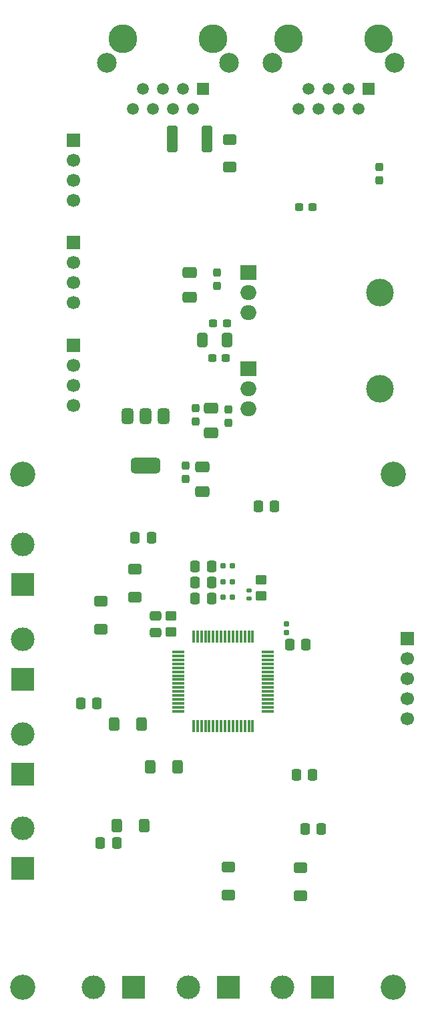
<source format=gbr>
%TF.GenerationSoftware,KiCad,Pcbnew,9.0.2-9.0.2-0~ubuntu24.04.1*%
%TF.CreationDate,2025-05-30T10:58:55-03:00*%
%TF.ProjectId,MSG25,4d534732-352e-46b6-9963-61645f706362,rev?*%
%TF.SameCoordinates,Original*%
%TF.FileFunction,Soldermask,Top*%
%TF.FilePolarity,Negative*%
%FSLAX46Y46*%
G04 Gerber Fmt 4.6, Leading zero omitted, Abs format (unit mm)*
G04 Created by KiCad (PCBNEW 9.0.2-9.0.2-0~ubuntu24.04.1) date 2025-05-30 10:58:55*
%MOMM*%
%LPD*%
G01*
G04 APERTURE LIST*
G04 Aperture macros list*
%AMRoundRect*
0 Rectangle with rounded corners*
0 $1 Rounding radius*
0 $2 $3 $4 $5 $6 $7 $8 $9 X,Y pos of 4 corners*
0 Add a 4 corners polygon primitive as box body*
4,1,4,$2,$3,$4,$5,$6,$7,$8,$9,$2,$3,0*
0 Add four circle primitives for the rounded corners*
1,1,$1+$1,$2,$3*
1,1,$1+$1,$4,$5*
1,1,$1+$1,$6,$7*
1,1,$1+$1,$8,$9*
0 Add four rect primitives between the rounded corners*
20,1,$1+$1,$2,$3,$4,$5,0*
20,1,$1+$1,$4,$5,$6,$7,0*
20,1,$1+$1,$6,$7,$8,$9,0*
20,1,$1+$1,$8,$9,$2,$3,0*%
G04 Aperture macros list end*
%ADD10RoundRect,0.250000X0.600000X-0.400000X0.600000X0.400000X-0.600000X0.400000X-0.600000X-0.400000X0*%
%ADD11RoundRect,0.250000X0.337500X0.475000X-0.337500X0.475000X-0.337500X-0.475000X0.337500X-0.475000X0*%
%ADD12RoundRect,0.250000X-0.337500X-0.475000X0.337500X-0.475000X0.337500X0.475000X-0.337500X0.475000X0*%
%ADD13C,3.650000*%
%ADD14R,1.500000X1.500000*%
%ADD15C,1.500000*%
%ADD16C,2.500000*%
%ADD17RoundRect,0.155000X-0.212500X-0.155000X0.212500X-0.155000X0.212500X0.155000X-0.212500X0.155000X0*%
%ADD18RoundRect,0.250000X-0.412500X-0.650000X0.412500X-0.650000X0.412500X0.650000X-0.412500X0.650000X0*%
%ADD19RoundRect,0.250000X0.650000X-0.412500X0.650000X0.412500X-0.650000X0.412500X-0.650000X-0.412500X0*%
%ADD20RoundRect,0.237500X-0.300000X-0.237500X0.300000X-0.237500X0.300000X0.237500X-0.300000X0.237500X0*%
%ADD21RoundRect,0.155000X-0.155000X0.212500X-0.155000X-0.212500X0.155000X-0.212500X0.155000X0.212500X0*%
%ADD22R,1.700000X1.700000*%
%ADD23C,1.700000*%
%ADD24C,3.200000*%
%ADD25R,3.000000X3.000000*%
%ADD26C,3.000000*%
%ADD27C,3.500000*%
%ADD28R,2.000000X1.905000*%
%ADD29O,2.000000X1.905000*%
%ADD30RoundRect,0.250000X0.450000X-0.350000X0.450000X0.350000X-0.450000X0.350000X-0.450000X-0.350000X0*%
%ADD31RoundRect,0.237500X0.237500X-0.300000X0.237500X0.300000X-0.237500X0.300000X-0.237500X-0.300000X0*%
%ADD32RoundRect,0.237500X0.300000X0.237500X-0.300000X0.237500X-0.300000X-0.237500X0.300000X-0.237500X0*%
%ADD33RoundRect,0.237500X-0.237500X0.300000X-0.237500X-0.300000X0.237500X-0.300000X0.237500X0.300000X0*%
%ADD34RoundRect,0.375000X-0.375000X0.625000X-0.375000X-0.625000X0.375000X-0.625000X0.375000X0.625000X0*%
%ADD35RoundRect,0.500000X-1.400000X0.500000X-1.400000X-0.500000X1.400000X-0.500000X1.400000X0.500000X0*%
%ADD36RoundRect,0.250000X0.400000X0.600000X-0.400000X0.600000X-0.400000X-0.600000X0.400000X-0.600000X0*%
%ADD37RoundRect,0.250000X-0.600000X0.400000X-0.600000X-0.400000X0.600000X-0.400000X0.600000X0.400000X0*%
%ADD38RoundRect,0.250000X-0.475000X0.337500X-0.475000X-0.337500X0.475000X-0.337500X0.475000X0.337500X0*%
%ADD39RoundRect,0.135000X-0.185000X0.135000X-0.185000X-0.135000X0.185000X-0.135000X0.185000X0.135000X0*%
%ADD40RoundRect,0.075000X-0.700000X-0.075000X0.700000X-0.075000X0.700000X0.075000X-0.700000X0.075000X0*%
%ADD41RoundRect,0.075000X-0.075000X-0.700000X0.075000X-0.700000X0.075000X0.700000X-0.075000X0.700000X0*%
%ADD42RoundRect,0.250000X-0.400000X-1.450000X0.400000X-1.450000X0.400000X1.450000X-0.400000X1.450000X0*%
G04 APERTURE END LIST*
D10*
%TO.C,D3*%
X125610000Y-112175000D03*
X125610000Y-108675000D03*
%TD*%
D11*
%TO.C,C212*%
X139647500Y-108275000D03*
X137572500Y-108275000D03*
%TD*%
D12*
%TO.C,C207*%
X137572500Y-106275000D03*
X139647500Y-106275000D03*
%TD*%
D13*
%TO.C,J106*%
X160860000Y-37325000D03*
X149430000Y-37325000D03*
D14*
X159590000Y-43675000D03*
D15*
X158320000Y-46215000D03*
X157050000Y-43675000D03*
X155780000Y-46215000D03*
X154510000Y-43675000D03*
X153240000Y-46215000D03*
X151970000Y-43675000D03*
X150700000Y-46215000D03*
D16*
X162895000Y-40375000D03*
X147395000Y-40375000D03*
%TD*%
D17*
%TO.C,C209*%
X141137500Y-106175000D03*
X142272500Y-106175000D03*
%TD*%
D18*
%TO.C,C122*%
X138497500Y-75575000D03*
X141622500Y-75575000D03*
%TD*%
D19*
%TO.C,C127*%
X139560000Y-87287500D03*
X139560000Y-84162500D03*
%TD*%
D20*
%TO.C,C121*%
X139735000Y-77875000D03*
X141460000Y-77875000D03*
%TD*%
D21*
%TO.C,C211*%
X149160000Y-111507500D03*
X149160000Y-112642500D03*
%TD*%
D22*
%TO.C,J102*%
X164460000Y-113395000D03*
D23*
X164460000Y-115935000D03*
X164460000Y-118475000D03*
X164460000Y-121015000D03*
X164460000Y-123555000D03*
%TD*%
D20*
%TO.C,C124*%
X139847500Y-73425000D03*
X141572500Y-73425000D03*
%TD*%
D24*
%TO.C,H101*%
X115700000Y-92555000D03*
%TD*%
D11*
%TO.C,C23*%
X153547500Y-137525000D03*
X151472500Y-137525000D03*
%TD*%
D25*
%TO.C,-Temp1+1*%
X129740000Y-157555000D03*
D26*
X124660000Y-157555000D03*
%TD*%
D27*
%TO.C,U103*%
X160990000Y-69525000D03*
D28*
X144330000Y-66985000D03*
D29*
X144330000Y-69525000D03*
X144330000Y-72065000D03*
%TD*%
D30*
%TO.C,R202*%
X145910000Y-107975000D03*
X145910000Y-105975000D03*
%TD*%
D11*
%TO.C,C22*%
X127617500Y-139275000D03*
X125542500Y-139275000D03*
%TD*%
D31*
%TO.C,C119*%
X140310000Y-68687500D03*
X140310000Y-66962500D03*
%TD*%
D12*
%TO.C,C20*%
X145582500Y-96645000D03*
X147657500Y-96645000D03*
%TD*%
D11*
%TO.C,C21*%
X131997500Y-100625000D03*
X129922500Y-100625000D03*
%TD*%
D32*
%TO.C,C131*%
X152452500Y-58665000D03*
X150727500Y-58665000D03*
%TD*%
D17*
%TO.C,C210*%
X141137500Y-108145000D03*
X142272500Y-108145000D03*
%TD*%
D33*
%TO.C,C132*%
X160880000Y-53592500D03*
X160880000Y-55317500D03*
%TD*%
D34*
%TO.C,U106*%
X133560000Y-85175000D03*
X131260000Y-85175000D03*
D35*
X131260000Y-91475000D03*
D34*
X128960000Y-85175000D03*
%TD*%
D36*
%TO.C,D8*%
X131110000Y-137075000D03*
X127610000Y-137075000D03*
%TD*%
D10*
%TO.C,D4*%
X129960000Y-108125000D03*
X129960000Y-104625000D03*
%TD*%
D27*
%TO.C,U502*%
X160990000Y-81725000D03*
D28*
X144330000Y-79185000D03*
D29*
X144330000Y-81725000D03*
X144330000Y-84265000D03*
%TD*%
D31*
%TO.C,C126*%
X137610000Y-85887500D03*
X137610000Y-84162500D03*
%TD*%
D12*
%TO.C,C25*%
X150382500Y-130625000D03*
X152457500Y-130625000D03*
%TD*%
D36*
%TO.C,D5*%
X130810000Y-124225000D03*
X127310000Y-124225000D03*
%TD*%
D19*
%TO.C,C117*%
X136860000Y-70087500D03*
X136860000Y-66962500D03*
%TD*%
D10*
%TO.C,D108*%
X141910000Y-53625000D03*
X141910000Y-50125000D03*
%TD*%
D37*
%TO.C,D7*%
X141810000Y-142375000D03*
X141810000Y-145875000D03*
%TD*%
D25*
%TO.C,Cell3*%
X115700000Y-130555000D03*
D26*
X115700000Y-125475000D03*
%TD*%
D25*
%TO.C,-Temp3+1*%
X153740000Y-157555000D03*
D26*
X148660000Y-157555000D03*
%TD*%
D38*
%TO.C,C205*%
X132510000Y-110537500D03*
X132510000Y-112612500D03*
%TD*%
D30*
%TO.C,R203*%
X134460000Y-112525000D03*
X134460000Y-110525000D03*
%TD*%
D22*
%TO.C,J9*%
X122100000Y-63205000D03*
D23*
X122100000Y-65745000D03*
X122100000Y-68285000D03*
X122100000Y-70825000D03*
%TD*%
D25*
%TO.C,+Banco1-1*%
X115700000Y-142555000D03*
D26*
X115700000Y-137475000D03*
%TD*%
D39*
%TO.C,R201*%
X144410000Y-107315000D03*
X144410000Y-108335000D03*
%TD*%
D25*
%TO.C,Cell2*%
X115700000Y-118555000D03*
D26*
X115700000Y-113475000D03*
%TD*%
D40*
%TO.C,U202*%
X135435000Y-115100000D03*
X135435000Y-115600000D03*
X135435000Y-116100000D03*
X135435000Y-116600000D03*
X135435000Y-117100000D03*
X135435000Y-117600000D03*
X135435000Y-118100000D03*
X135435000Y-118600000D03*
X135435000Y-119100000D03*
X135435000Y-119600000D03*
X135435000Y-120100000D03*
X135435000Y-120600000D03*
X135435000Y-121100000D03*
X135435000Y-121600000D03*
X135435000Y-122100000D03*
X135435000Y-122600000D03*
D41*
X137360000Y-124525000D03*
X137860000Y-124525000D03*
X138360000Y-124525000D03*
X138860000Y-124525000D03*
X139360000Y-124525000D03*
X139860000Y-124525000D03*
X140360000Y-124525000D03*
X140860000Y-124525000D03*
X141360000Y-124525000D03*
X141860000Y-124525000D03*
X142360000Y-124525000D03*
X142860000Y-124525000D03*
X143360000Y-124525000D03*
X143860000Y-124525000D03*
X144360000Y-124525000D03*
X144860000Y-124525000D03*
D40*
X146785000Y-122600000D03*
X146785000Y-122100000D03*
X146785000Y-121600000D03*
X146785000Y-121100000D03*
X146785000Y-120600000D03*
X146785000Y-120100000D03*
X146785000Y-119600000D03*
X146785000Y-119100000D03*
X146785000Y-118600000D03*
X146785000Y-118100000D03*
X146785000Y-117600000D03*
X146785000Y-117100000D03*
X146785000Y-116600000D03*
X146785000Y-116100000D03*
X146785000Y-115600000D03*
X146785000Y-115100000D03*
D41*
X144860000Y-113175000D03*
X144360000Y-113175000D03*
X143860000Y-113175000D03*
X143360000Y-113175000D03*
X142860000Y-113175000D03*
X142360000Y-113175000D03*
X141860000Y-113175000D03*
X141360000Y-113175000D03*
X140860000Y-113175000D03*
X140360000Y-113175000D03*
X139860000Y-113175000D03*
X139360000Y-113175000D03*
X138860000Y-113175000D03*
X138360000Y-113175000D03*
X137860000Y-113175000D03*
X137360000Y-113175000D03*
%TD*%
D22*
%TO.C,J101*%
X122100000Y-76205000D03*
D23*
X122100000Y-78745000D03*
X122100000Y-81285000D03*
X122100000Y-83825000D03*
%TD*%
D24*
%TO.C,H103*%
X115700000Y-157555000D03*
%TD*%
D19*
%TO.C,C130*%
X138460000Y-94737500D03*
X138460000Y-91612500D03*
%TD*%
D22*
%TO.C,J8*%
X122100000Y-50205000D03*
D23*
X122100000Y-52745000D03*
X122100000Y-55285000D03*
X122100000Y-57825000D03*
%TD*%
D24*
%TO.C,H104*%
X162700000Y-157555000D03*
%TD*%
D12*
%TO.C,C24*%
X123022500Y-121625000D03*
X125097500Y-121625000D03*
%TD*%
%TO.C,C206*%
X137572500Y-104275000D03*
X139647500Y-104275000D03*
%TD*%
D11*
%TO.C,C213*%
X151597500Y-114175000D03*
X149522500Y-114175000D03*
%TD*%
D13*
%TO.C,J105*%
X139860000Y-37325000D03*
X128430000Y-37325000D03*
D14*
X138590000Y-43675000D03*
D15*
X137320000Y-46215000D03*
X136050000Y-43675000D03*
X134780000Y-46215000D03*
X133510000Y-43675000D03*
X132240000Y-46215000D03*
X130970000Y-43675000D03*
X129700000Y-46215000D03*
D16*
X141895000Y-40375000D03*
X126395000Y-40375000D03*
%TD*%
D25*
%TO.C,Cell1*%
X115700000Y-106555000D03*
D26*
X115700000Y-101475000D03*
%TD*%
D31*
%TO.C,C128*%
X141760000Y-86050000D03*
X141760000Y-84325000D03*
%TD*%
D36*
%TO.C,D6*%
X135360000Y-129625000D03*
X131860000Y-129625000D03*
%TD*%
D25*
%TO.C,-Temp2+1*%
X141740000Y-157555000D03*
D26*
X136660000Y-157555000D03*
%TD*%
D17*
%TO.C,C208*%
X141137500Y-104205000D03*
X142272500Y-104205000D03*
%TD*%
D37*
%TO.C,D9*%
X150910000Y-142475000D03*
X150910000Y-145975000D03*
%TD*%
D42*
%TO.C,F101*%
X134635000Y-50075000D03*
X139085000Y-50075000D03*
%TD*%
D31*
%TO.C,C129*%
X136360000Y-93187500D03*
X136360000Y-91462500D03*
%TD*%
D24*
%TO.C,H102*%
X162700000Y-92555000D03*
%TD*%
M02*

</source>
